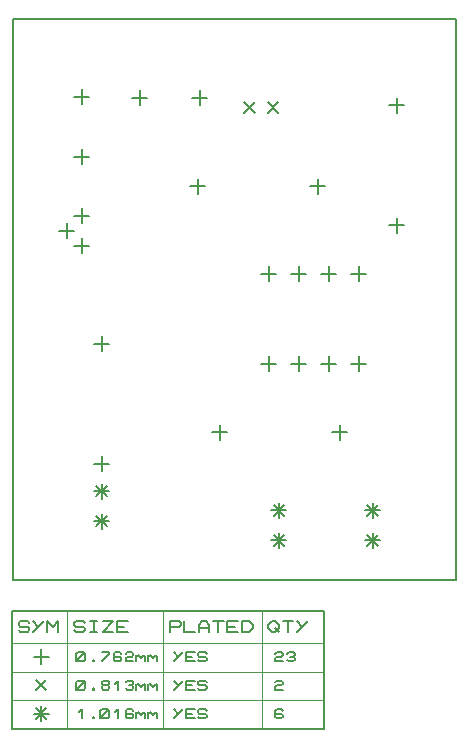
<source format=gbr>
G04 PROTEUS RS274X GERBER FILE*
%FSLAX45Y45*%
%MOMM*%
G01*
%ADD18C,0.203200*%
%ADD21C,0.127000*%
%ADD22C,0.063500*%
D18*
X+2166500Y+1893000D02*
X+2166500Y+1766000D01*
X+2103000Y+1829500D02*
X+2230000Y+1829500D01*
X+2420500Y+1893000D02*
X+2420500Y+1766000D01*
X+2357000Y+1829500D02*
X+2484000Y+1829500D01*
X+2674500Y+1893000D02*
X+2674500Y+1766000D01*
X+2611000Y+1829500D02*
X+2738000Y+1829500D01*
X+2928500Y+1893000D02*
X+2928500Y+1766000D01*
X+2865000Y+1829500D02*
X+2992000Y+1829500D01*
X+2928500Y+2655000D02*
X+2928500Y+2528000D01*
X+2865000Y+2591500D02*
X+2992000Y+2591500D01*
X+2674500Y+2655000D02*
X+2674500Y+2528000D01*
X+2611000Y+2591500D02*
X+2738000Y+2591500D01*
X+2420500Y+2655000D02*
X+2420500Y+2528000D01*
X+2357000Y+2591500D02*
X+2484000Y+2591500D01*
X+2166500Y+2655000D02*
X+2166500Y+2528000D01*
X+2103000Y+2591500D02*
X+2230000Y+2591500D01*
X+3250000Y+4079500D02*
X+3250000Y+3952500D01*
X+3186500Y+4016000D02*
X+3313500Y+4016000D01*
X+3250000Y+3063500D02*
X+3250000Y+2936500D01*
X+3186500Y+3000000D02*
X+3313500Y+3000000D01*
X+1563500Y+3393000D02*
X+1563500Y+3266000D01*
X+1500000Y+3329500D02*
X+1627000Y+3329500D01*
X+2579500Y+3393000D02*
X+2579500Y+3266000D01*
X+2516000Y+3329500D02*
X+2643000Y+3329500D01*
X+1071500Y+4143000D02*
X+1071500Y+4016000D01*
X+1008000Y+4079500D02*
X+1135000Y+4079500D01*
X+1579500Y+4143000D02*
X+1579500Y+4016000D01*
X+1516000Y+4079500D02*
X+1643000Y+4079500D01*
X+579500Y+3643000D02*
X+579500Y+3516000D01*
X+516000Y+3579500D02*
X+643000Y+3579500D01*
X+579500Y+4151000D02*
X+579500Y+4024000D01*
X+516000Y+4087500D02*
X+643000Y+4087500D01*
X+2155099Y+4044901D02*
X+2244901Y+3955099D01*
X+2155099Y+3955099D02*
X+2244901Y+4044901D01*
X+1955099Y+4044901D02*
X+2044901Y+3955099D01*
X+1955099Y+3955099D02*
X+2044901Y+4044901D01*
X+3045000Y+651000D02*
X+3045000Y+524000D01*
X+2981500Y+587500D02*
X+3108500Y+587500D01*
X+3000099Y+632401D02*
X+3089901Y+542599D01*
X+3000099Y+542599D02*
X+3089901Y+632401D01*
X+3045000Y+397000D02*
X+3045000Y+270000D01*
X+2981500Y+333500D02*
X+3108500Y+333500D01*
X+3000099Y+378401D02*
X+3089901Y+288599D01*
X+3000099Y+288599D02*
X+3089901Y+378401D01*
X+2250000Y+397000D02*
X+2250000Y+270000D01*
X+2186500Y+333500D02*
X+2313500Y+333500D01*
X+2205099Y+378401D02*
X+2294901Y+288599D01*
X+2205099Y+288599D02*
X+2294901Y+378401D01*
X+2250000Y+651000D02*
X+2250000Y+524000D01*
X+2186500Y+587500D02*
X+2313500Y+587500D01*
X+2205099Y+632401D02*
X+2294901Y+542599D01*
X+2205099Y+542599D02*
X+2294901Y+632401D01*
X+750000Y+559500D02*
X+750000Y+432500D01*
X+686500Y+496000D02*
X+813500Y+496000D01*
X+705099Y+540901D02*
X+794901Y+451099D01*
X+705099Y+451099D02*
X+794901Y+540901D01*
X+750000Y+813500D02*
X+750000Y+686500D01*
X+686500Y+750000D02*
X+813500Y+750000D01*
X+705099Y+794901D02*
X+794901Y+705099D01*
X+705099Y+705099D02*
X+794901Y+794901D01*
X+750000Y+2063500D02*
X+750000Y+1936500D01*
X+686500Y+2000000D02*
X+813500Y+2000000D01*
X+750000Y+1047500D02*
X+750000Y+920500D01*
X+686500Y+984000D02*
X+813500Y+984000D01*
X+579500Y+2893000D02*
X+579500Y+2766000D01*
X+516000Y+2829500D02*
X+643000Y+2829500D01*
X+452500Y+3020000D02*
X+452500Y+2893000D01*
X+389000Y+2956500D02*
X+516000Y+2956500D01*
X+579500Y+3147000D02*
X+579500Y+3020000D01*
X+516000Y+3083500D02*
X+643000Y+3083500D01*
X+2766000Y+1313500D02*
X+2766000Y+1186500D01*
X+2702500Y+1250000D02*
X+2829500Y+1250000D01*
X+1750000Y+1313500D02*
X+1750000Y+1186500D01*
X+1686500Y+1250000D02*
X+1813500Y+1250000D01*
X+0Y+0D02*
X+3750000Y+0D01*
X+3750000Y+4750000D01*
X+0Y+4750000D01*
X+0Y+0D01*
D21*
X-10160Y-1267460D02*
X+2633980Y-1267460D01*
X+2633980Y-264160D01*
X-10160Y-264160D01*
X-10160Y-1267460D01*
D22*
X+457202Y-264160D02*
X+457202Y-1267460D01*
X+1270002Y-264160D02*
X+1270002Y-1267460D01*
X+2103122Y-264160D02*
X+2103122Y-1267460D01*
X-10160Y-537210D02*
X+2633980Y-537210D01*
X-10160Y-778510D02*
X+2633980Y-778510D01*
X-10160Y-1019810D02*
X+2633980Y-1019810D01*
D21*
X+46990Y-427990D02*
X+62230Y-443230D01*
X+123190Y-443230D01*
X+138430Y-427990D01*
X+138430Y-412750D01*
X+123190Y-397510D01*
X+62230Y-397510D01*
X+46990Y-382270D01*
X+46990Y-367030D01*
X+62230Y-351790D01*
X+123190Y-351790D01*
X+138430Y-367030D01*
X+260350Y-351790D02*
X+168910Y-443230D01*
X+168910Y-351790D02*
X+214630Y-397510D01*
X+290830Y-443230D02*
X+290830Y-351790D01*
X+336550Y-397510D01*
X+382270Y-351790D01*
X+382270Y-443230D01*
X+514350Y-427990D02*
X+529590Y-443230D01*
X+590550Y-443230D01*
X+605790Y-427990D01*
X+605790Y-412750D01*
X+590550Y-397510D01*
X+529590Y-397510D01*
X+514350Y-382270D01*
X+514350Y-367030D01*
X+529590Y-351790D01*
X+590550Y-351790D01*
X+605790Y-367030D01*
X+651510Y-351790D02*
X+712470Y-351790D01*
X+681990Y-351790D02*
X+681990Y-443230D01*
X+651510Y-443230D02*
X+712470Y-443230D01*
X+758190Y-351790D02*
X+849630Y-351790D01*
X+758190Y-443230D01*
X+849630Y-443230D01*
X+971550Y-443230D02*
X+880110Y-443230D01*
X+880110Y-351790D01*
X+971550Y-351790D01*
X+880110Y-397510D02*
X+941070Y-397510D01*
X+1327150Y-443230D02*
X+1327150Y-351790D01*
X+1403350Y-351790D01*
X+1418590Y-367030D01*
X+1418590Y-382270D01*
X+1403350Y-397510D01*
X+1327150Y-397510D01*
X+1449070Y-351790D02*
X+1449070Y-443230D01*
X+1540510Y-443230D01*
X+1570990Y-443230D02*
X+1570990Y-382270D01*
X+1601470Y-351790D01*
X+1631950Y-351790D01*
X+1662430Y-382270D01*
X+1662430Y-443230D01*
X+1570990Y-412750D02*
X+1662430Y-412750D01*
X+1692910Y-351790D02*
X+1784350Y-351790D01*
X+1738630Y-351790D02*
X+1738630Y-443230D01*
X+1906270Y-443230D02*
X+1814830Y-443230D01*
X+1814830Y-351790D01*
X+1906270Y-351790D01*
X+1814830Y-397510D02*
X+1875790Y-397510D01*
X+1936750Y-443230D02*
X+1936750Y-351790D01*
X+1997710Y-351790D01*
X+2028190Y-382270D01*
X+2028190Y-412750D01*
X+1997710Y-443230D01*
X+1936750Y-443230D01*
X+2160270Y-382270D02*
X+2190750Y-351790D01*
X+2221230Y-351790D01*
X+2251710Y-382270D01*
X+2251710Y-412750D01*
X+2221230Y-443230D01*
X+2190750Y-443230D01*
X+2160270Y-412750D01*
X+2160270Y-382270D01*
X+2221230Y-412750D02*
X+2251710Y-443230D01*
X+2282190Y-351790D02*
X+2373630Y-351790D01*
X+2327910Y-351790D02*
X+2327910Y-443230D01*
X+2495550Y-351790D02*
X+2404110Y-443230D01*
X+2404110Y-351790D02*
X+2449830Y-397510D01*
D18*
X+236220Y-588010D02*
X+236220Y-715010D01*
X+172720Y-651510D02*
X+299720Y-651510D01*
D21*
X+533400Y-676910D02*
X+533400Y-626110D01*
X+546100Y-613410D01*
X+596900Y-613410D01*
X+609600Y-626110D01*
X+609600Y-676910D01*
X+596900Y-689610D01*
X+546100Y-689610D01*
X+533400Y-676910D01*
X+533400Y-689610D02*
X+609600Y-613410D01*
X+673100Y-676910D02*
X+685800Y-676910D01*
X+685800Y-689610D01*
X+673100Y-689610D01*
X+673100Y-676910D01*
X+749300Y-613410D02*
X+812800Y-613410D01*
X+812800Y-626110D01*
X+749300Y-689610D01*
X+914400Y-626110D02*
X+901700Y-613410D01*
X+863600Y-613410D01*
X+850900Y-626110D01*
X+850900Y-676910D01*
X+863600Y-689610D01*
X+901700Y-689610D01*
X+914400Y-676910D01*
X+914400Y-664210D01*
X+901700Y-651510D01*
X+850900Y-651510D01*
X+952500Y-626110D02*
X+965200Y-613410D01*
X+1003300Y-613410D01*
X+1016000Y-626110D01*
X+1016000Y-638810D01*
X+1003300Y-651510D01*
X+965200Y-651510D01*
X+952500Y-664210D01*
X+952500Y-689610D01*
X+1016000Y-689610D01*
X+1041400Y-689610D02*
X+1041400Y-638810D01*
X+1041400Y-651510D02*
X+1054100Y-638810D01*
X+1079500Y-664210D01*
X+1104900Y-638810D01*
X+1117600Y-651510D01*
X+1117600Y-689610D01*
X+1143000Y-689610D02*
X+1143000Y-638810D01*
X+1143000Y-651510D02*
X+1155700Y-638810D01*
X+1181100Y-664210D01*
X+1206500Y-638810D01*
X+1219200Y-651510D01*
X+1219200Y-689610D01*
X+1435100Y-613410D02*
X+1358900Y-689610D01*
X+1358900Y-613410D02*
X+1397000Y-651510D01*
X+1536700Y-689610D02*
X+1460500Y-689610D01*
X+1460500Y-613410D01*
X+1536700Y-613410D01*
X+1460500Y-651510D02*
X+1511300Y-651510D01*
X+1562100Y-676910D02*
X+1574800Y-689610D01*
X+1625600Y-689610D01*
X+1638300Y-676910D01*
X+1638300Y-664210D01*
X+1625600Y-651510D01*
X+1574800Y-651510D01*
X+1562100Y-638810D01*
X+1562100Y-626110D01*
X+1574800Y-613410D01*
X+1625600Y-613410D01*
X+1638300Y-626110D01*
X+2217420Y-626110D02*
X+2230120Y-613410D01*
X+2268220Y-613410D01*
X+2280920Y-626110D01*
X+2280920Y-638810D01*
X+2268220Y-651510D01*
X+2230120Y-651510D01*
X+2217420Y-664210D01*
X+2217420Y-689610D01*
X+2280920Y-689610D01*
X+2319020Y-626110D02*
X+2331720Y-613410D01*
X+2369820Y-613410D01*
X+2382520Y-626110D01*
X+2382520Y-638810D01*
X+2369820Y-651510D01*
X+2382520Y-664210D01*
X+2382520Y-676910D01*
X+2369820Y-689610D01*
X+2331720Y-689610D01*
X+2319020Y-676910D01*
X+2344420Y-651510D02*
X+2369820Y-651510D01*
D18*
X+191319Y-847909D02*
X+281121Y-937711D01*
X+191319Y-937711D02*
X+281121Y-847909D01*
D21*
X+533400Y-918210D02*
X+533400Y-867410D01*
X+546100Y-854710D01*
X+596900Y-854710D01*
X+609600Y-867410D01*
X+609600Y-918210D01*
X+596900Y-930910D01*
X+546100Y-930910D01*
X+533400Y-918210D01*
X+533400Y-930910D02*
X+609600Y-854710D01*
X+673100Y-918210D02*
X+685800Y-918210D01*
X+685800Y-930910D01*
X+673100Y-930910D01*
X+673100Y-918210D01*
X+762000Y-892810D02*
X+749300Y-880110D01*
X+749300Y-867410D01*
X+762000Y-854710D01*
X+800100Y-854710D01*
X+812800Y-867410D01*
X+812800Y-880110D01*
X+800100Y-892810D01*
X+762000Y-892810D01*
X+749300Y-905510D01*
X+749300Y-918210D01*
X+762000Y-930910D01*
X+800100Y-930910D01*
X+812800Y-918210D01*
X+812800Y-905510D01*
X+800100Y-892810D01*
X+863600Y-880110D02*
X+889000Y-854710D01*
X+889000Y-930910D01*
X+952500Y-867410D02*
X+965200Y-854710D01*
X+1003300Y-854710D01*
X+1016000Y-867410D01*
X+1016000Y-880110D01*
X+1003300Y-892810D01*
X+1016000Y-905510D01*
X+1016000Y-918210D01*
X+1003300Y-930910D01*
X+965200Y-930910D01*
X+952500Y-918210D01*
X+977900Y-892810D02*
X+1003300Y-892810D01*
X+1041400Y-930910D02*
X+1041400Y-880110D01*
X+1041400Y-892810D02*
X+1054100Y-880110D01*
X+1079500Y-905510D01*
X+1104900Y-880110D01*
X+1117600Y-892810D01*
X+1117600Y-930910D01*
X+1143000Y-930910D02*
X+1143000Y-880110D01*
X+1143000Y-892810D02*
X+1155700Y-880110D01*
X+1181100Y-905510D01*
X+1206500Y-880110D01*
X+1219200Y-892810D01*
X+1219200Y-930910D01*
X+1435100Y-854710D02*
X+1358900Y-930910D01*
X+1358900Y-854710D02*
X+1397000Y-892810D01*
X+1536700Y-930910D02*
X+1460500Y-930910D01*
X+1460500Y-854710D01*
X+1536700Y-854710D01*
X+1460500Y-892810D02*
X+1511300Y-892810D01*
X+1562100Y-918210D02*
X+1574800Y-930910D01*
X+1625600Y-930910D01*
X+1638300Y-918210D01*
X+1638300Y-905510D01*
X+1625600Y-892810D01*
X+1574800Y-892810D01*
X+1562100Y-880110D01*
X+1562100Y-867410D01*
X+1574800Y-854710D01*
X+1625600Y-854710D01*
X+1638300Y-867410D01*
X+2217420Y-867410D02*
X+2230120Y-854710D01*
X+2268220Y-854710D01*
X+2280920Y-867410D01*
X+2280920Y-880110D01*
X+2268220Y-892810D01*
X+2230120Y-892810D01*
X+2217420Y-905510D01*
X+2217420Y-930910D01*
X+2280920Y-930910D01*
D18*
X+236220Y-1070610D02*
X+236220Y-1197610D01*
X+172720Y-1134110D02*
X+299720Y-1134110D01*
X+191319Y-1089209D02*
X+281121Y-1179011D01*
X+191319Y-1179011D02*
X+281121Y-1089209D01*
D21*
X+558800Y-1121410D02*
X+584200Y-1096010D01*
X+584200Y-1172210D01*
X+673100Y-1159510D02*
X+685800Y-1159510D01*
X+685800Y-1172210D01*
X+673100Y-1172210D01*
X+673100Y-1159510D01*
X+736600Y-1159510D02*
X+736600Y-1108710D01*
X+749300Y-1096010D01*
X+800100Y-1096010D01*
X+812800Y-1108710D01*
X+812800Y-1159510D01*
X+800100Y-1172210D01*
X+749300Y-1172210D01*
X+736600Y-1159510D01*
X+736600Y-1172210D02*
X+812800Y-1096010D01*
X+863600Y-1121410D02*
X+889000Y-1096010D01*
X+889000Y-1172210D01*
X+1016000Y-1108710D02*
X+1003300Y-1096010D01*
X+965200Y-1096010D01*
X+952500Y-1108710D01*
X+952500Y-1159510D01*
X+965200Y-1172210D01*
X+1003300Y-1172210D01*
X+1016000Y-1159510D01*
X+1016000Y-1146810D01*
X+1003300Y-1134110D01*
X+952500Y-1134110D01*
X+1041400Y-1172210D02*
X+1041400Y-1121410D01*
X+1041400Y-1134110D02*
X+1054100Y-1121410D01*
X+1079500Y-1146810D01*
X+1104900Y-1121410D01*
X+1117600Y-1134110D01*
X+1117600Y-1172210D01*
X+1143000Y-1172210D02*
X+1143000Y-1121410D01*
X+1143000Y-1134110D02*
X+1155700Y-1121410D01*
X+1181100Y-1146810D01*
X+1206500Y-1121410D01*
X+1219200Y-1134110D01*
X+1219200Y-1172210D01*
X+1435100Y-1096010D02*
X+1358900Y-1172210D01*
X+1358900Y-1096010D02*
X+1397000Y-1134110D01*
X+1536700Y-1172210D02*
X+1460500Y-1172210D01*
X+1460500Y-1096010D01*
X+1536700Y-1096010D01*
X+1460500Y-1134110D02*
X+1511300Y-1134110D01*
X+1562100Y-1159510D02*
X+1574800Y-1172210D01*
X+1625600Y-1172210D01*
X+1638300Y-1159510D01*
X+1638300Y-1146810D01*
X+1625600Y-1134110D01*
X+1574800Y-1134110D01*
X+1562100Y-1121410D01*
X+1562100Y-1108710D01*
X+1574800Y-1096010D01*
X+1625600Y-1096010D01*
X+1638300Y-1108710D01*
X+2280920Y-1108710D02*
X+2268220Y-1096010D01*
X+2230120Y-1096010D01*
X+2217420Y-1108710D01*
X+2217420Y-1159510D01*
X+2230120Y-1172210D01*
X+2268220Y-1172210D01*
X+2280920Y-1159510D01*
X+2280920Y-1146810D01*
X+2268220Y-1134110D01*
X+2217420Y-1134110D01*
M02*

</source>
